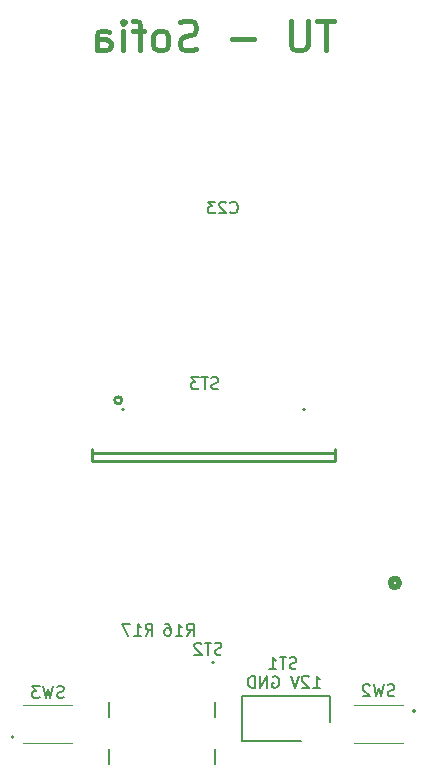
<source format=gbr>
%TF.GenerationSoftware,KiCad,Pcbnew,9.0.0*%
%TF.CreationDate,2025-04-24T13:45:02+03:00*%
%TF.ProjectId,ESP32_BOARD,45535033-325f-4424-9f41-52442e6b6963,1.0*%
%TF.SameCoordinates,Original*%
%TF.FileFunction,Legend,Bot*%
%TF.FilePolarity,Positive*%
%FSLAX46Y46*%
G04 Gerber Fmt 4.6, Leading zero omitted, Abs format (unit mm)*
G04 Created by KiCad (PCBNEW 9.0.0) date 2025-04-24 13:45:02*
%MOMM*%
%LPD*%
G01*
G04 APERTURE LIST*
%ADD10C,0.160000*%
%ADD11C,0.400000*%
%ADD12C,0.508000*%
%ADD13C,0.254000*%
%ADD14C,0.100000*%
%ADD15C,0.200000*%
G04 APERTURE END LIST*
D10*
X103852832Y-148929299D02*
X104424260Y-148929299D01*
X104138546Y-148929299D02*
X104138546Y-147929299D01*
X104138546Y-147929299D02*
X104233784Y-148072156D01*
X104233784Y-148072156D02*
X104329022Y-148167394D01*
X104329022Y-148167394D02*
X104424260Y-148215013D01*
X103471879Y-148024537D02*
X103424260Y-147976918D01*
X103424260Y-147976918D02*
X103329022Y-147929299D01*
X103329022Y-147929299D02*
X103090927Y-147929299D01*
X103090927Y-147929299D02*
X102995689Y-147976918D01*
X102995689Y-147976918D02*
X102948070Y-148024537D01*
X102948070Y-148024537D02*
X102900451Y-148119775D01*
X102900451Y-148119775D02*
X102900451Y-148215013D01*
X102900451Y-148215013D02*
X102948070Y-148357870D01*
X102948070Y-148357870D02*
X103519498Y-148929299D01*
X103519498Y-148929299D02*
X102900451Y-148929299D01*
X102614736Y-147929299D02*
X102281403Y-148929299D01*
X102281403Y-148929299D02*
X101948070Y-147929299D01*
X100412832Y-147996918D02*
X100508070Y-147949299D01*
X100508070Y-147949299D02*
X100650927Y-147949299D01*
X100650927Y-147949299D02*
X100793784Y-147996918D01*
X100793784Y-147996918D02*
X100889022Y-148092156D01*
X100889022Y-148092156D02*
X100936641Y-148187394D01*
X100936641Y-148187394D02*
X100984260Y-148377870D01*
X100984260Y-148377870D02*
X100984260Y-148520727D01*
X100984260Y-148520727D02*
X100936641Y-148711203D01*
X100936641Y-148711203D02*
X100889022Y-148806441D01*
X100889022Y-148806441D02*
X100793784Y-148901680D01*
X100793784Y-148901680D02*
X100650927Y-148949299D01*
X100650927Y-148949299D02*
X100555689Y-148949299D01*
X100555689Y-148949299D02*
X100412832Y-148901680D01*
X100412832Y-148901680D02*
X100365213Y-148854060D01*
X100365213Y-148854060D02*
X100365213Y-148520727D01*
X100365213Y-148520727D02*
X100555689Y-148520727D01*
X99936641Y-148949299D02*
X99936641Y-147949299D01*
X99936641Y-147949299D02*
X99365213Y-148949299D01*
X99365213Y-148949299D02*
X99365213Y-147949299D01*
X98889022Y-148949299D02*
X98889022Y-147949299D01*
X98889022Y-147949299D02*
X98650927Y-147949299D01*
X98650927Y-147949299D02*
X98508070Y-147996918D01*
X98508070Y-147996918D02*
X98412832Y-148092156D01*
X98412832Y-148092156D02*
X98365213Y-148187394D01*
X98365213Y-148187394D02*
X98317594Y-148377870D01*
X98317594Y-148377870D02*
X98317594Y-148520727D01*
X98317594Y-148520727D02*
X98365213Y-148711203D01*
X98365213Y-148711203D02*
X98412832Y-148806441D01*
X98412832Y-148806441D02*
X98508070Y-148901680D01*
X98508070Y-148901680D02*
X98650927Y-148949299D01*
X98650927Y-148949299D02*
X98889022Y-148949299D01*
D11*
X105638747Y-92473247D02*
X104210176Y-92473247D01*
X104924462Y-94973247D02*
X104924462Y-92473247D01*
X103376842Y-92473247D02*
X103376842Y-94497057D01*
X103376842Y-94497057D02*
X103257795Y-94735152D01*
X103257795Y-94735152D02*
X103138747Y-94854200D01*
X103138747Y-94854200D02*
X102900652Y-94973247D01*
X102900652Y-94973247D02*
X102424461Y-94973247D01*
X102424461Y-94973247D02*
X102186366Y-94854200D01*
X102186366Y-94854200D02*
X102067319Y-94735152D01*
X102067319Y-94735152D02*
X101948271Y-94497057D01*
X101948271Y-94497057D02*
X101948271Y-92473247D01*
X98853032Y-94020866D02*
X96948271Y-94020866D01*
X93972080Y-94854200D02*
X93614937Y-94973247D01*
X93614937Y-94973247D02*
X93019699Y-94973247D01*
X93019699Y-94973247D02*
X92781604Y-94854200D01*
X92781604Y-94854200D02*
X92662556Y-94735152D01*
X92662556Y-94735152D02*
X92543509Y-94497057D01*
X92543509Y-94497057D02*
X92543509Y-94258961D01*
X92543509Y-94258961D02*
X92662556Y-94020866D01*
X92662556Y-94020866D02*
X92781604Y-93901819D01*
X92781604Y-93901819D02*
X93019699Y-93782771D01*
X93019699Y-93782771D02*
X93495890Y-93663723D01*
X93495890Y-93663723D02*
X93733985Y-93544676D01*
X93733985Y-93544676D02*
X93853032Y-93425628D01*
X93853032Y-93425628D02*
X93972080Y-93187533D01*
X93972080Y-93187533D02*
X93972080Y-92949438D01*
X93972080Y-92949438D02*
X93853032Y-92711342D01*
X93853032Y-92711342D02*
X93733985Y-92592295D01*
X93733985Y-92592295D02*
X93495890Y-92473247D01*
X93495890Y-92473247D02*
X92900651Y-92473247D01*
X92900651Y-92473247D02*
X92543509Y-92592295D01*
X91114938Y-94973247D02*
X91353033Y-94854200D01*
X91353033Y-94854200D02*
X91472080Y-94735152D01*
X91472080Y-94735152D02*
X91591128Y-94497057D01*
X91591128Y-94497057D02*
X91591128Y-93782771D01*
X91591128Y-93782771D02*
X91472080Y-93544676D01*
X91472080Y-93544676D02*
X91353033Y-93425628D01*
X91353033Y-93425628D02*
X91114938Y-93306580D01*
X91114938Y-93306580D02*
X90757795Y-93306580D01*
X90757795Y-93306580D02*
X90519699Y-93425628D01*
X90519699Y-93425628D02*
X90400652Y-93544676D01*
X90400652Y-93544676D02*
X90281604Y-93782771D01*
X90281604Y-93782771D02*
X90281604Y-94497057D01*
X90281604Y-94497057D02*
X90400652Y-94735152D01*
X90400652Y-94735152D02*
X90519699Y-94854200D01*
X90519699Y-94854200D02*
X90757795Y-94973247D01*
X90757795Y-94973247D02*
X91114938Y-94973247D01*
X89567318Y-93306580D02*
X88614937Y-93306580D01*
X89210175Y-94973247D02*
X89210175Y-92830390D01*
X89210175Y-92830390D02*
X89091128Y-92592295D01*
X89091128Y-92592295D02*
X88853033Y-92473247D01*
X88853033Y-92473247D02*
X88614937Y-92473247D01*
X87781604Y-94973247D02*
X87781604Y-93306580D01*
X87781604Y-92473247D02*
X87900652Y-92592295D01*
X87900652Y-92592295D02*
X87781604Y-92711342D01*
X87781604Y-92711342D02*
X87662557Y-92592295D01*
X87662557Y-92592295D02*
X87781604Y-92473247D01*
X87781604Y-92473247D02*
X87781604Y-92711342D01*
X85519700Y-94973247D02*
X85519700Y-93663723D01*
X85519700Y-93663723D02*
X85638747Y-93425628D01*
X85638747Y-93425628D02*
X85876843Y-93306580D01*
X85876843Y-93306580D02*
X86353033Y-93306580D01*
X86353033Y-93306580D02*
X86591128Y-93425628D01*
X85519700Y-94854200D02*
X85757795Y-94973247D01*
X85757795Y-94973247D02*
X86353033Y-94973247D01*
X86353033Y-94973247D02*
X86591128Y-94854200D01*
X86591128Y-94854200D02*
X86710176Y-94616104D01*
X86710176Y-94616104D02*
X86710176Y-94378009D01*
X86710176Y-94378009D02*
X86591128Y-94139914D01*
X86591128Y-94139914D02*
X86353033Y-94020866D01*
X86353033Y-94020866D02*
X85757795Y-94020866D01*
X85757795Y-94020866D02*
X85519700Y-93901819D01*
D10*
X95812856Y-123606680D02*
X95669999Y-123654299D01*
X95669999Y-123654299D02*
X95431904Y-123654299D01*
X95431904Y-123654299D02*
X95336666Y-123606680D01*
X95336666Y-123606680D02*
X95289047Y-123559060D01*
X95289047Y-123559060D02*
X95241428Y-123463822D01*
X95241428Y-123463822D02*
X95241428Y-123368584D01*
X95241428Y-123368584D02*
X95289047Y-123273346D01*
X95289047Y-123273346D02*
X95336666Y-123225727D01*
X95336666Y-123225727D02*
X95431904Y-123178108D01*
X95431904Y-123178108D02*
X95622380Y-123130489D01*
X95622380Y-123130489D02*
X95717618Y-123082870D01*
X95717618Y-123082870D02*
X95765237Y-123035251D01*
X95765237Y-123035251D02*
X95812856Y-122940013D01*
X95812856Y-122940013D02*
X95812856Y-122844775D01*
X95812856Y-122844775D02*
X95765237Y-122749537D01*
X95765237Y-122749537D02*
X95717618Y-122701918D01*
X95717618Y-122701918D02*
X95622380Y-122654299D01*
X95622380Y-122654299D02*
X95384285Y-122654299D01*
X95384285Y-122654299D02*
X95241428Y-122701918D01*
X94955713Y-122654299D02*
X94384285Y-122654299D01*
X94669999Y-123654299D02*
X94669999Y-122654299D01*
X94146189Y-122654299D02*
X93527142Y-122654299D01*
X93527142Y-122654299D02*
X93860475Y-123035251D01*
X93860475Y-123035251D02*
X93717618Y-123035251D01*
X93717618Y-123035251D02*
X93622380Y-123082870D01*
X93622380Y-123082870D02*
X93574761Y-123130489D01*
X93574761Y-123130489D02*
X93527142Y-123225727D01*
X93527142Y-123225727D02*
X93527142Y-123463822D01*
X93527142Y-123463822D02*
X93574761Y-123559060D01*
X93574761Y-123559060D02*
X93622380Y-123606680D01*
X93622380Y-123606680D02*
X93717618Y-123654299D01*
X93717618Y-123654299D02*
X94003332Y-123654299D01*
X94003332Y-123654299D02*
X94098570Y-123606680D01*
X94098570Y-123606680D02*
X94146189Y-123559060D01*
X110733332Y-149606680D02*
X110590475Y-149654299D01*
X110590475Y-149654299D02*
X110352380Y-149654299D01*
X110352380Y-149654299D02*
X110257142Y-149606680D01*
X110257142Y-149606680D02*
X110209523Y-149559060D01*
X110209523Y-149559060D02*
X110161904Y-149463822D01*
X110161904Y-149463822D02*
X110161904Y-149368584D01*
X110161904Y-149368584D02*
X110209523Y-149273346D01*
X110209523Y-149273346D02*
X110257142Y-149225727D01*
X110257142Y-149225727D02*
X110352380Y-149178108D01*
X110352380Y-149178108D02*
X110542856Y-149130489D01*
X110542856Y-149130489D02*
X110638094Y-149082870D01*
X110638094Y-149082870D02*
X110685713Y-149035251D01*
X110685713Y-149035251D02*
X110733332Y-148940013D01*
X110733332Y-148940013D02*
X110733332Y-148844775D01*
X110733332Y-148844775D02*
X110685713Y-148749537D01*
X110685713Y-148749537D02*
X110638094Y-148701918D01*
X110638094Y-148701918D02*
X110542856Y-148654299D01*
X110542856Y-148654299D02*
X110304761Y-148654299D01*
X110304761Y-148654299D02*
X110161904Y-148701918D01*
X109828570Y-148654299D02*
X109590475Y-149654299D01*
X109590475Y-149654299D02*
X109399999Y-148940013D01*
X109399999Y-148940013D02*
X109209523Y-149654299D01*
X109209523Y-149654299D02*
X108971428Y-148654299D01*
X108638094Y-148749537D02*
X108590475Y-148701918D01*
X108590475Y-148701918D02*
X108495237Y-148654299D01*
X108495237Y-148654299D02*
X108257142Y-148654299D01*
X108257142Y-148654299D02*
X108161904Y-148701918D01*
X108161904Y-148701918D02*
X108114285Y-148749537D01*
X108114285Y-148749537D02*
X108066666Y-148844775D01*
X108066666Y-148844775D02*
X108066666Y-148940013D01*
X108066666Y-148940013D02*
X108114285Y-149082870D01*
X108114285Y-149082870D02*
X108685713Y-149654299D01*
X108685713Y-149654299D02*
X108066666Y-149654299D01*
X82733332Y-149746680D02*
X82590475Y-149794299D01*
X82590475Y-149794299D02*
X82352380Y-149794299D01*
X82352380Y-149794299D02*
X82257142Y-149746680D01*
X82257142Y-149746680D02*
X82209523Y-149699060D01*
X82209523Y-149699060D02*
X82161904Y-149603822D01*
X82161904Y-149603822D02*
X82161904Y-149508584D01*
X82161904Y-149508584D02*
X82209523Y-149413346D01*
X82209523Y-149413346D02*
X82257142Y-149365727D01*
X82257142Y-149365727D02*
X82352380Y-149318108D01*
X82352380Y-149318108D02*
X82542856Y-149270489D01*
X82542856Y-149270489D02*
X82638094Y-149222870D01*
X82638094Y-149222870D02*
X82685713Y-149175251D01*
X82685713Y-149175251D02*
X82733332Y-149080013D01*
X82733332Y-149080013D02*
X82733332Y-148984775D01*
X82733332Y-148984775D02*
X82685713Y-148889537D01*
X82685713Y-148889537D02*
X82638094Y-148841918D01*
X82638094Y-148841918D02*
X82542856Y-148794299D01*
X82542856Y-148794299D02*
X82304761Y-148794299D01*
X82304761Y-148794299D02*
X82161904Y-148841918D01*
X81828570Y-148794299D02*
X81590475Y-149794299D01*
X81590475Y-149794299D02*
X81399999Y-149080013D01*
X81399999Y-149080013D02*
X81209523Y-149794299D01*
X81209523Y-149794299D02*
X80971428Y-148794299D01*
X80685713Y-148794299D02*
X80066666Y-148794299D01*
X80066666Y-148794299D02*
X80399999Y-149175251D01*
X80399999Y-149175251D02*
X80257142Y-149175251D01*
X80257142Y-149175251D02*
X80161904Y-149222870D01*
X80161904Y-149222870D02*
X80114285Y-149270489D01*
X80114285Y-149270489D02*
X80066666Y-149365727D01*
X80066666Y-149365727D02*
X80066666Y-149603822D01*
X80066666Y-149603822D02*
X80114285Y-149699060D01*
X80114285Y-149699060D02*
X80161904Y-149746680D01*
X80161904Y-149746680D02*
X80257142Y-149794299D01*
X80257142Y-149794299D02*
X80542856Y-149794299D01*
X80542856Y-149794299D02*
X80638094Y-149746680D01*
X80638094Y-149746680D02*
X80685713Y-149699060D01*
X96848443Y-108678466D02*
X96896062Y-108726086D01*
X96896062Y-108726086D02*
X97038919Y-108773705D01*
X97038919Y-108773705D02*
X97134157Y-108773705D01*
X97134157Y-108773705D02*
X97277014Y-108726086D01*
X97277014Y-108726086D02*
X97372252Y-108630847D01*
X97372252Y-108630847D02*
X97419871Y-108535609D01*
X97419871Y-108535609D02*
X97467490Y-108345133D01*
X97467490Y-108345133D02*
X97467490Y-108202276D01*
X97467490Y-108202276D02*
X97419871Y-108011800D01*
X97419871Y-108011800D02*
X97372252Y-107916562D01*
X97372252Y-107916562D02*
X97277014Y-107821324D01*
X97277014Y-107821324D02*
X97134157Y-107773705D01*
X97134157Y-107773705D02*
X97038919Y-107773705D01*
X97038919Y-107773705D02*
X96896062Y-107821324D01*
X96896062Y-107821324D02*
X96848443Y-107868943D01*
X96467490Y-107868943D02*
X96419871Y-107821324D01*
X96419871Y-107821324D02*
X96324633Y-107773705D01*
X96324633Y-107773705D02*
X96086538Y-107773705D01*
X96086538Y-107773705D02*
X95991300Y-107821324D01*
X95991300Y-107821324D02*
X95943681Y-107868943D01*
X95943681Y-107868943D02*
X95896062Y-107964181D01*
X95896062Y-107964181D02*
X95896062Y-108059419D01*
X95896062Y-108059419D02*
X95943681Y-108202276D01*
X95943681Y-108202276D02*
X96515109Y-108773705D01*
X96515109Y-108773705D02*
X95896062Y-108773705D01*
X95562728Y-107773705D02*
X94943681Y-107773705D01*
X94943681Y-107773705D02*
X95277014Y-108154657D01*
X95277014Y-108154657D02*
X95134157Y-108154657D01*
X95134157Y-108154657D02*
X95038919Y-108202276D01*
X95038919Y-108202276D02*
X94991300Y-108249895D01*
X94991300Y-108249895D02*
X94943681Y-108345133D01*
X94943681Y-108345133D02*
X94943681Y-108583228D01*
X94943681Y-108583228D02*
X94991300Y-108678466D01*
X94991300Y-108678466D02*
X95038919Y-108726086D01*
X95038919Y-108726086D02*
X95134157Y-108773705D01*
X95134157Y-108773705D02*
X95419871Y-108773705D01*
X95419871Y-108773705D02*
X95515109Y-108726086D01*
X95515109Y-108726086D02*
X95562728Y-108678466D01*
X89662857Y-144514299D02*
X89996190Y-144038108D01*
X90234285Y-144514299D02*
X90234285Y-143514299D01*
X90234285Y-143514299D02*
X89853333Y-143514299D01*
X89853333Y-143514299D02*
X89758095Y-143561918D01*
X89758095Y-143561918D02*
X89710476Y-143609537D01*
X89710476Y-143609537D02*
X89662857Y-143704775D01*
X89662857Y-143704775D02*
X89662857Y-143847632D01*
X89662857Y-143847632D02*
X89710476Y-143942870D01*
X89710476Y-143942870D02*
X89758095Y-143990489D01*
X89758095Y-143990489D02*
X89853333Y-144038108D01*
X89853333Y-144038108D02*
X90234285Y-144038108D01*
X88710476Y-144514299D02*
X89281904Y-144514299D01*
X88996190Y-144514299D02*
X88996190Y-143514299D01*
X88996190Y-143514299D02*
X89091428Y-143657156D01*
X89091428Y-143657156D02*
X89186666Y-143752394D01*
X89186666Y-143752394D02*
X89281904Y-143800013D01*
X88377142Y-143514299D02*
X87710476Y-143514299D01*
X87710476Y-143514299D02*
X88139047Y-144514299D01*
X93152857Y-144524299D02*
X93486190Y-144048108D01*
X93724285Y-144524299D02*
X93724285Y-143524299D01*
X93724285Y-143524299D02*
X93343333Y-143524299D01*
X93343333Y-143524299D02*
X93248095Y-143571918D01*
X93248095Y-143571918D02*
X93200476Y-143619537D01*
X93200476Y-143619537D02*
X93152857Y-143714775D01*
X93152857Y-143714775D02*
X93152857Y-143857632D01*
X93152857Y-143857632D02*
X93200476Y-143952870D01*
X93200476Y-143952870D02*
X93248095Y-144000489D01*
X93248095Y-144000489D02*
X93343333Y-144048108D01*
X93343333Y-144048108D02*
X93724285Y-144048108D01*
X92200476Y-144524299D02*
X92771904Y-144524299D01*
X92486190Y-144524299D02*
X92486190Y-143524299D01*
X92486190Y-143524299D02*
X92581428Y-143667156D01*
X92581428Y-143667156D02*
X92676666Y-143762394D01*
X92676666Y-143762394D02*
X92771904Y-143810013D01*
X91343333Y-143524299D02*
X91533809Y-143524299D01*
X91533809Y-143524299D02*
X91629047Y-143571918D01*
X91629047Y-143571918D02*
X91676666Y-143619537D01*
X91676666Y-143619537D02*
X91771904Y-143762394D01*
X91771904Y-143762394D02*
X91819523Y-143952870D01*
X91819523Y-143952870D02*
X91819523Y-144333822D01*
X91819523Y-144333822D02*
X91771904Y-144429060D01*
X91771904Y-144429060D02*
X91724285Y-144476680D01*
X91724285Y-144476680D02*
X91629047Y-144524299D01*
X91629047Y-144524299D02*
X91438571Y-144524299D01*
X91438571Y-144524299D02*
X91343333Y-144476680D01*
X91343333Y-144476680D02*
X91295714Y-144429060D01*
X91295714Y-144429060D02*
X91248095Y-144333822D01*
X91248095Y-144333822D02*
X91248095Y-144095727D01*
X91248095Y-144095727D02*
X91295714Y-144000489D01*
X91295714Y-144000489D02*
X91343333Y-143952870D01*
X91343333Y-143952870D02*
X91438571Y-143905251D01*
X91438571Y-143905251D02*
X91629047Y-143905251D01*
X91629047Y-143905251D02*
X91724285Y-143952870D01*
X91724285Y-143952870D02*
X91771904Y-144000489D01*
X91771904Y-144000489D02*
X91819523Y-144095727D01*
X96082856Y-146076680D02*
X95939999Y-146124299D01*
X95939999Y-146124299D02*
X95701904Y-146124299D01*
X95701904Y-146124299D02*
X95606666Y-146076680D01*
X95606666Y-146076680D02*
X95559047Y-146029060D01*
X95559047Y-146029060D02*
X95511428Y-145933822D01*
X95511428Y-145933822D02*
X95511428Y-145838584D01*
X95511428Y-145838584D02*
X95559047Y-145743346D01*
X95559047Y-145743346D02*
X95606666Y-145695727D01*
X95606666Y-145695727D02*
X95701904Y-145648108D01*
X95701904Y-145648108D02*
X95892380Y-145600489D01*
X95892380Y-145600489D02*
X95987618Y-145552870D01*
X95987618Y-145552870D02*
X96035237Y-145505251D01*
X96035237Y-145505251D02*
X96082856Y-145410013D01*
X96082856Y-145410013D02*
X96082856Y-145314775D01*
X96082856Y-145314775D02*
X96035237Y-145219537D01*
X96035237Y-145219537D02*
X95987618Y-145171918D01*
X95987618Y-145171918D02*
X95892380Y-145124299D01*
X95892380Y-145124299D02*
X95654285Y-145124299D01*
X95654285Y-145124299D02*
X95511428Y-145171918D01*
X95225713Y-145124299D02*
X94654285Y-145124299D01*
X94939999Y-146124299D02*
X94939999Y-145124299D01*
X94368570Y-145219537D02*
X94320951Y-145171918D01*
X94320951Y-145171918D02*
X94225713Y-145124299D01*
X94225713Y-145124299D02*
X93987618Y-145124299D01*
X93987618Y-145124299D02*
X93892380Y-145171918D01*
X93892380Y-145171918D02*
X93844761Y-145219537D01*
X93844761Y-145219537D02*
X93797142Y-145314775D01*
X93797142Y-145314775D02*
X93797142Y-145410013D01*
X93797142Y-145410013D02*
X93844761Y-145552870D01*
X93844761Y-145552870D02*
X94416189Y-146124299D01*
X94416189Y-146124299D02*
X93797142Y-146124299D01*
X102432856Y-147296680D02*
X102289999Y-147344299D01*
X102289999Y-147344299D02*
X102051904Y-147344299D01*
X102051904Y-147344299D02*
X101956666Y-147296680D01*
X101956666Y-147296680D02*
X101909047Y-147249060D01*
X101909047Y-147249060D02*
X101861428Y-147153822D01*
X101861428Y-147153822D02*
X101861428Y-147058584D01*
X101861428Y-147058584D02*
X101909047Y-146963346D01*
X101909047Y-146963346D02*
X101956666Y-146915727D01*
X101956666Y-146915727D02*
X102051904Y-146868108D01*
X102051904Y-146868108D02*
X102242380Y-146820489D01*
X102242380Y-146820489D02*
X102337618Y-146772870D01*
X102337618Y-146772870D02*
X102385237Y-146725251D01*
X102385237Y-146725251D02*
X102432856Y-146630013D01*
X102432856Y-146630013D02*
X102432856Y-146534775D01*
X102432856Y-146534775D02*
X102385237Y-146439537D01*
X102385237Y-146439537D02*
X102337618Y-146391918D01*
X102337618Y-146391918D02*
X102242380Y-146344299D01*
X102242380Y-146344299D02*
X102004285Y-146344299D01*
X102004285Y-146344299D02*
X101861428Y-146391918D01*
X101575713Y-146344299D02*
X101004285Y-146344299D01*
X101289999Y-147344299D02*
X101289999Y-146344299D01*
X100147142Y-147344299D02*
X100718570Y-147344299D01*
X100432856Y-147344299D02*
X100432856Y-146344299D01*
X100432856Y-146344299D02*
X100528094Y-146487156D01*
X100528094Y-146487156D02*
X100623332Y-146582394D01*
X100623332Y-146582394D02*
X100718570Y-146630013D01*
D12*
%TO.C,SW1*%
X111151717Y-140053171D02*
G75*
G02*
X110389717Y-140053171I-381000J0D01*
G01*
X110389717Y-140053171D02*
G75*
G02*
X111151717Y-140053171I381000J0D01*
G01*
D13*
%TO.C,ST3*%
X85100000Y-129023000D02*
X105700000Y-129023000D01*
X85100000Y-129700000D02*
X85100000Y-128681000D01*
X87769000Y-125300000D02*
X87681000Y-125300000D01*
X103119000Y-125300000D02*
X103031500Y-125300000D01*
X105700000Y-128681000D02*
X105700000Y-129700000D01*
X105700000Y-129700000D02*
X85100000Y-129700000D01*
X87655000Y-124600000D02*
G75*
G02*
X87045000Y-124600000I-305000J0D01*
G01*
X87045000Y-124600000D02*
G75*
G02*
X87655000Y-124600000I305000J0D01*
G01*
D14*
%TO.C,SW2*%
X111500000Y-150400000D02*
X107325000Y-150400000D01*
X111500000Y-153600000D02*
X107325000Y-153600000D01*
D15*
X112400000Y-150800000D02*
G75*
G02*
X112400000Y-151000000I0J-100000D01*
G01*
X112400000Y-151000000D02*
G75*
G02*
X112400000Y-150800000I0J100000D01*
G01*
D14*
%TO.C,SW3*%
X79300000Y-150400000D02*
X83475000Y-150400000D01*
X79300000Y-153600000D02*
X83475000Y-153600000D01*
D15*
X78400000Y-153000000D02*
G75*
G02*
X78400000Y-153200000I0J-100000D01*
G01*
X78400000Y-153200000D02*
G75*
G02*
X78400000Y-153000000I0J100000D01*
G01*
%TO.C,ST2*%
X86610000Y-150150000D02*
X86610000Y-151400000D01*
X86610000Y-155400000D02*
X86610000Y-154120000D01*
X95550000Y-150150000D02*
X95550000Y-151400000D01*
X95550000Y-154120000D02*
X95550000Y-155400000D01*
X95480000Y-146780000D02*
G75*
G02*
X95280000Y-146780000I-100000J0D01*
G01*
X95280000Y-146780000D02*
G75*
G02*
X95480000Y-146780000I100000J0D01*
G01*
%TO.C,ST1*%
X97820000Y-149620000D02*
X105320000Y-149620000D01*
X97820000Y-153420000D02*
X97820000Y-149620000D01*
X102820000Y-153420000D02*
X97820000Y-153420000D01*
X105320000Y-149620000D02*
X105320000Y-151820000D01*
%TD*%
M02*

</source>
